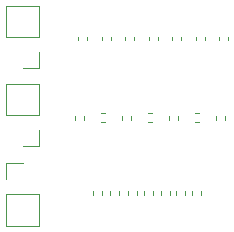
<source format=gbr>
%TF.GenerationSoftware,KiCad,Pcbnew,9.0.6*%
%TF.CreationDate,2026-02-25T04:49:12+07:00*%
%TF.ProjectId,solder_test_board,736f6c64-6572-45f7-9465-73745f626f61,rev?*%
%TF.SameCoordinates,Original*%
%TF.FileFunction,Legend,Top*%
%TF.FilePolarity,Positive*%
%FSLAX46Y46*%
G04 Gerber Fmt 4.6, Leading zero omitted, Abs format (unit mm)*
G04 Created by KiCad (PCBNEW 9.0.6) date 2026-02-25 04:49:12*
%MOMM*%
%LPD*%
G01*
G04 APERTURE LIST*
%ADD10C,0.120000*%
G04 APERTURE END LIST*
D10*
%TO.C,R17*%
X42671000Y-38507641D02*
X42671000Y-38200359D01*
X41911000Y-38507641D02*
X41911000Y-38200359D01*
%TO.C,R21*%
X47372000Y-38507641D02*
X47372000Y-38200359D01*
X48132000Y-38507641D02*
X48132000Y-38200359D01*
%TO.C,R20*%
X46735000Y-38200359D02*
X46735000Y-38507641D01*
X45975000Y-38200359D02*
X45975000Y-38507641D01*
%TO.C,R19*%
X44705000Y-38507641D02*
X44705000Y-38200359D01*
X45465000Y-38507641D02*
X45465000Y-38200359D01*
%TO.C,R18*%
X44068000Y-38200359D02*
X44068000Y-38507641D01*
X43308000Y-38200359D02*
X43308000Y-38507641D01*
%TO.C,R16*%
X41147000Y-38200359D02*
X41147000Y-38507641D01*
X40387000Y-38200359D02*
X40387000Y-38507641D01*
%TO.C,R15*%
X38947000Y-38507641D02*
X38947000Y-38200359D01*
X39707000Y-38507641D02*
X39707000Y-38200359D01*
%TO.C,R14*%
X49406000Y-32159641D02*
X49406000Y-31852359D01*
X50166000Y-32159641D02*
X50166000Y-31852359D01*
%TO.C,R13*%
X47642359Y-31626000D02*
X47949641Y-31626000D01*
X47642359Y-32386000D02*
X47949641Y-32386000D01*
%TO.C,R12*%
X45426000Y-32159641D02*
X45426000Y-31852359D01*
X46186000Y-32159641D02*
X46186000Y-31852359D01*
%TO.C,R11*%
X43662359Y-31626000D02*
X43969641Y-31626000D01*
X43662359Y-32386000D02*
X43969641Y-32386000D01*
%TO.C,R10*%
X41446000Y-32159641D02*
X41446000Y-31852359D01*
X42206000Y-32159641D02*
X42206000Y-31852359D01*
%TO.C,R9*%
X39682359Y-31626000D02*
X39989641Y-31626000D01*
X39682359Y-32386000D02*
X39989641Y-32386000D01*
%TO.C,R8*%
X37466000Y-32159641D02*
X37466000Y-31852359D01*
X38226000Y-32159641D02*
X38226000Y-31852359D01*
%TO.C,J3*%
X31640000Y-35831000D02*
X33020000Y-35831000D01*
X31640000Y-37211000D02*
X31640000Y-35831000D01*
X31640000Y-38481000D02*
X31640000Y-41131000D01*
X31640000Y-38481000D02*
X34400000Y-38481000D01*
X31640000Y-41131000D02*
X34400000Y-41131000D01*
X34400000Y-38481000D02*
X34400000Y-41131000D01*
%TO.C,J2*%
X34400000Y-34400000D02*
X33020000Y-34400000D01*
X34400000Y-33020000D02*
X34400000Y-34400000D01*
X34400000Y-31750000D02*
X34400000Y-29100000D01*
X34400000Y-31750000D02*
X31640000Y-31750000D01*
X34400000Y-29100000D02*
X31640000Y-29100000D01*
X31640000Y-31750000D02*
X31640000Y-29100000D01*
%TO.C,R7*%
X49658000Y-25424641D02*
X49658000Y-25117359D01*
X50418000Y-25424641D02*
X50418000Y-25117359D01*
%TO.C,R6*%
X47668000Y-25424641D02*
X47668000Y-25117359D01*
X48428000Y-25424641D02*
X48428000Y-25117359D01*
%TO.C,R5*%
X45678000Y-25424641D02*
X45678000Y-25117359D01*
X46438000Y-25424641D02*
X46438000Y-25117359D01*
%TO.C,R4*%
X43688000Y-25424641D02*
X43688000Y-25117359D01*
X44448000Y-25424641D02*
X44448000Y-25117359D01*
%TO.C,R3*%
X41698000Y-25424641D02*
X41698000Y-25117359D01*
X42458000Y-25424641D02*
X42458000Y-25117359D01*
%TO.C,R2*%
X39708000Y-25424641D02*
X39708000Y-25117359D01*
X40468000Y-25424641D02*
X40468000Y-25117359D01*
%TO.C,R1*%
X37718000Y-25424641D02*
X37718000Y-25117359D01*
X38478000Y-25424641D02*
X38478000Y-25117359D01*
%TO.C,J1*%
X34398000Y-27796000D02*
X33018000Y-27796000D01*
X34398000Y-26416000D02*
X34398000Y-27796000D01*
X34398000Y-25146000D02*
X34398000Y-22496000D01*
X34398000Y-25146000D02*
X31638000Y-25146000D01*
X34398000Y-22496000D02*
X31638000Y-22496000D01*
X31638000Y-25146000D02*
X31638000Y-22496000D01*
%TD*%
M02*

</source>
